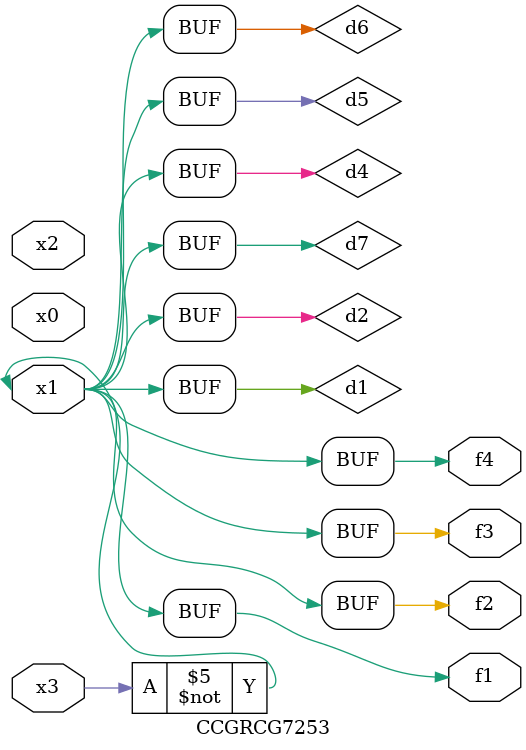
<source format=v>
module CCGRCG7253(
	input x0, x1, x2, x3,
	output f1, f2, f3, f4
);

	wire d1, d2, d3, d4, d5, d6, d7;

	not (d1, x3);
	buf (d2, x1);
	xnor (d3, d1, d2);
	nor (d4, d1);
	buf (d5, d1, d2);
	buf (d6, d4, d5);
	nand (d7, d4);
	assign f1 = d6;
	assign f2 = d7;
	assign f3 = d6;
	assign f4 = d6;
endmodule

</source>
